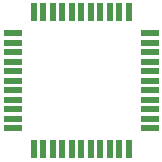
<source format=gbp>
G04 Layer_Color=128*
%FSLAX24Y24*%
%MOIN*%
G70*
G01*
G75*
%ADD44R,0.0591X0.0197*%
%ADD45R,0.0197X0.0591*%
D44*
X38228Y17087D02*
D03*
Y16772D02*
D03*
Y16457D02*
D03*
Y16142D02*
D03*
Y15827D02*
D03*
Y15512D02*
D03*
Y15197D02*
D03*
Y14882D02*
D03*
Y14567D02*
D03*
Y14252D02*
D03*
Y13937D02*
D03*
X33661D02*
D03*
Y14252D02*
D03*
Y14567D02*
D03*
Y14882D02*
D03*
Y15197D02*
D03*
Y15512D02*
D03*
Y15827D02*
D03*
Y16142D02*
D03*
Y16457D02*
D03*
Y16772D02*
D03*
Y17087D02*
D03*
D45*
X37520Y13228D02*
D03*
X37205D02*
D03*
X36890D02*
D03*
X36575D02*
D03*
X36260D02*
D03*
X35945D02*
D03*
X35630D02*
D03*
X35315D02*
D03*
X35000D02*
D03*
X34685D02*
D03*
X34370D02*
D03*
Y17795D02*
D03*
X34685D02*
D03*
X35000D02*
D03*
X35315D02*
D03*
X35630D02*
D03*
X35945D02*
D03*
X36260D02*
D03*
X36575D02*
D03*
X36890D02*
D03*
X37205D02*
D03*
X37520D02*
D03*
M02*

</source>
